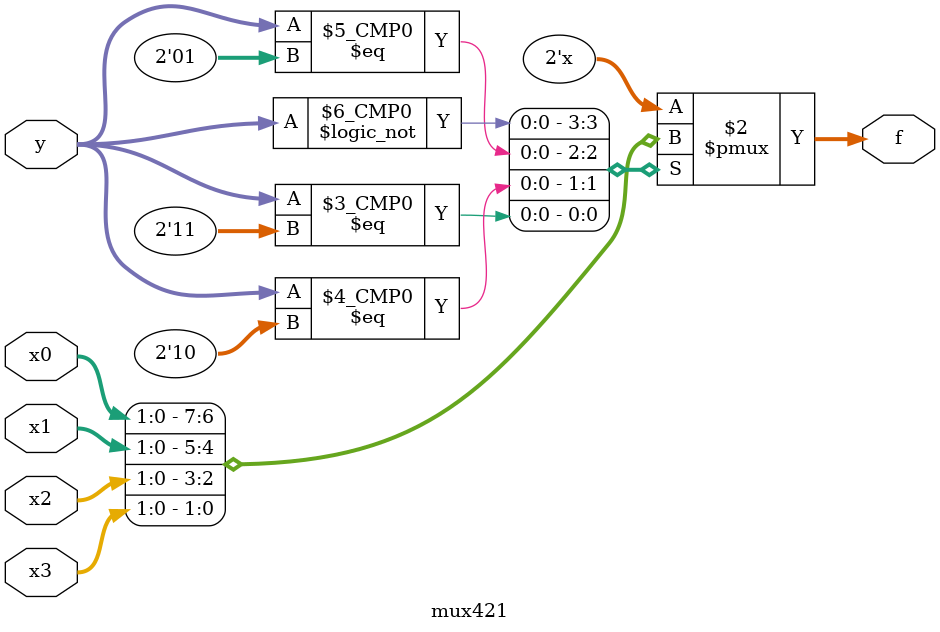
<source format=v>
module mux421(y, x0, x1, x2, x3, f);
    input [1:0] y;
    input [1:0] x0;
    input [1:0] x1;
    input [1:0] x2;
    input [1:0] x3;
    output reg [1:0] f;

    always @ (y or x0 or x1 or x2 or x3)
    begin
        case (y)
            2'b00: f = x0;
            2'b01: f = x1;
            2'b10: f = x2;
            2'b11: f = x3;
            default: f = 2'b11;
        endcase
    end
    
endmodule //mux421
</source>
